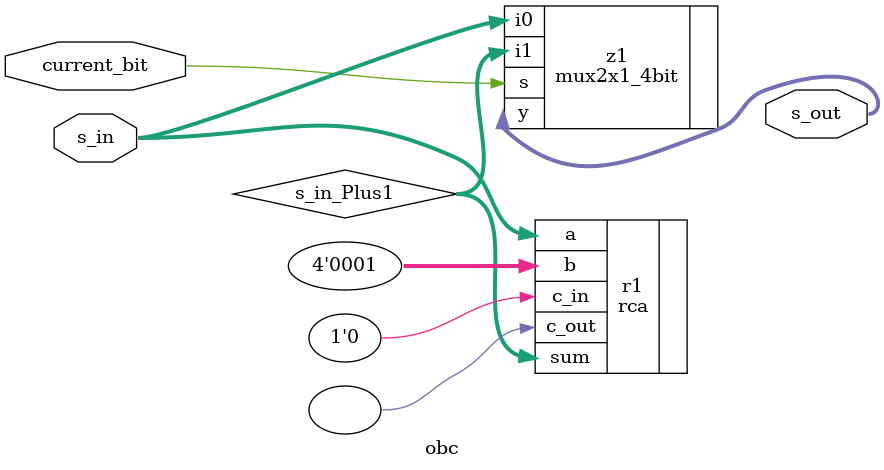
<source format=v>
module obc (s_in,current_bit,s_out);
	input[3:0] s_in;
	input current_bit;
	output [3:0] s_out;
	
	wire [3:0] s_in_Plus1;
	
	/*
	obc dut(.s_in(s),.current_bit(cb),.s_out(s_out));
	*/
	mux2x1_4bit z1(.y(s_out),.s(current_bit),.i1(s_in_Plus1),.i0(s_in));
	
	rca r1( .a(s_in),.b(4'd1),.c_in(1'b0),.c_out(),.sum(s_in_Plus1));
	
endmodule
</source>
